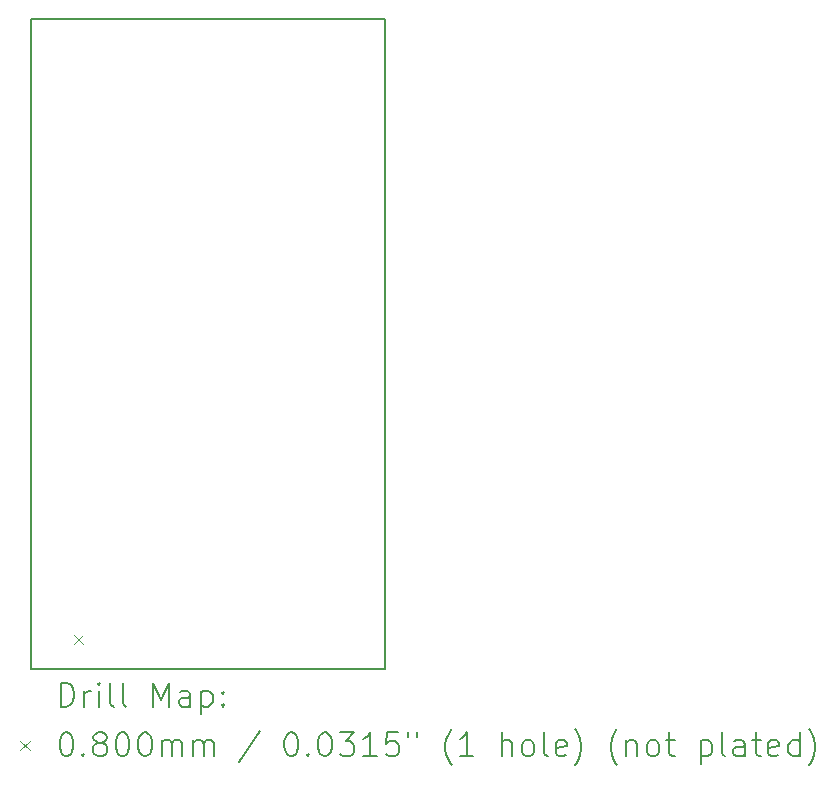
<source format=gbr>
%TF.GenerationSoftware,KiCad,Pcbnew,7.0.6*%
%TF.CreationDate,2023-08-02T00:38:48+02:00*%
%TF.ProjectId,MCU_Board,4d43555f-426f-4617-9264-2e6b69636164,rev?*%
%TF.SameCoordinates,Original*%
%TF.FileFunction,Drillmap*%
%TF.FilePolarity,Positive*%
%FSLAX45Y45*%
G04 Gerber Fmt 4.5, Leading zero omitted, Abs format (unit mm)*
G04 Created by KiCad (PCBNEW 7.0.6) date 2023-08-02 00:38:48*
%MOMM*%
%LPD*%
G01*
G04 APERTURE LIST*
%ADD10C,0.150000*%
%ADD11C,0.200000*%
%ADD12C,0.080000*%
G04 APERTURE END LIST*
D10*
X6625000Y-9900000D02*
X6625000Y-15400000D01*
X9625000Y-15400000D02*
X9625000Y-9900000D01*
X6625000Y-9900000D02*
X9625000Y-9900000D01*
X6625000Y-15400000D02*
X9625000Y-15400000D01*
D11*
D12*
X6990000Y-15110000D02*
X7070000Y-15190000D01*
X7070000Y-15110000D02*
X6990000Y-15190000D01*
D11*
X6878277Y-15718984D02*
X6878277Y-15518984D01*
X6878277Y-15518984D02*
X6925896Y-15518984D01*
X6925896Y-15518984D02*
X6954467Y-15528508D01*
X6954467Y-15528508D02*
X6973515Y-15547555D01*
X6973515Y-15547555D02*
X6983039Y-15566603D01*
X6983039Y-15566603D02*
X6992562Y-15604698D01*
X6992562Y-15604698D02*
X6992562Y-15633269D01*
X6992562Y-15633269D02*
X6983039Y-15671365D01*
X6983039Y-15671365D02*
X6973515Y-15690412D01*
X6973515Y-15690412D02*
X6954467Y-15709460D01*
X6954467Y-15709460D02*
X6925896Y-15718984D01*
X6925896Y-15718984D02*
X6878277Y-15718984D01*
X7078277Y-15718984D02*
X7078277Y-15585650D01*
X7078277Y-15623746D02*
X7087801Y-15604698D01*
X7087801Y-15604698D02*
X7097324Y-15595174D01*
X7097324Y-15595174D02*
X7116372Y-15585650D01*
X7116372Y-15585650D02*
X7135420Y-15585650D01*
X7202086Y-15718984D02*
X7202086Y-15585650D01*
X7202086Y-15518984D02*
X7192562Y-15528508D01*
X7192562Y-15528508D02*
X7202086Y-15538031D01*
X7202086Y-15538031D02*
X7211610Y-15528508D01*
X7211610Y-15528508D02*
X7202086Y-15518984D01*
X7202086Y-15518984D02*
X7202086Y-15538031D01*
X7325896Y-15718984D02*
X7306848Y-15709460D01*
X7306848Y-15709460D02*
X7297324Y-15690412D01*
X7297324Y-15690412D02*
X7297324Y-15518984D01*
X7430658Y-15718984D02*
X7411610Y-15709460D01*
X7411610Y-15709460D02*
X7402086Y-15690412D01*
X7402086Y-15690412D02*
X7402086Y-15518984D01*
X7659229Y-15718984D02*
X7659229Y-15518984D01*
X7659229Y-15518984D02*
X7725896Y-15661841D01*
X7725896Y-15661841D02*
X7792562Y-15518984D01*
X7792562Y-15518984D02*
X7792562Y-15718984D01*
X7973515Y-15718984D02*
X7973515Y-15614222D01*
X7973515Y-15614222D02*
X7963991Y-15595174D01*
X7963991Y-15595174D02*
X7944943Y-15585650D01*
X7944943Y-15585650D02*
X7906848Y-15585650D01*
X7906848Y-15585650D02*
X7887801Y-15595174D01*
X7973515Y-15709460D02*
X7954467Y-15718984D01*
X7954467Y-15718984D02*
X7906848Y-15718984D01*
X7906848Y-15718984D02*
X7887801Y-15709460D01*
X7887801Y-15709460D02*
X7878277Y-15690412D01*
X7878277Y-15690412D02*
X7878277Y-15671365D01*
X7878277Y-15671365D02*
X7887801Y-15652317D01*
X7887801Y-15652317D02*
X7906848Y-15642793D01*
X7906848Y-15642793D02*
X7954467Y-15642793D01*
X7954467Y-15642793D02*
X7973515Y-15633269D01*
X8068753Y-15585650D02*
X8068753Y-15785650D01*
X8068753Y-15595174D02*
X8087801Y-15585650D01*
X8087801Y-15585650D02*
X8125896Y-15585650D01*
X8125896Y-15585650D02*
X8144943Y-15595174D01*
X8144943Y-15595174D02*
X8154467Y-15604698D01*
X8154467Y-15604698D02*
X8163991Y-15623746D01*
X8163991Y-15623746D02*
X8163991Y-15680888D01*
X8163991Y-15680888D02*
X8154467Y-15699936D01*
X8154467Y-15699936D02*
X8144943Y-15709460D01*
X8144943Y-15709460D02*
X8125896Y-15718984D01*
X8125896Y-15718984D02*
X8087801Y-15718984D01*
X8087801Y-15718984D02*
X8068753Y-15709460D01*
X8249705Y-15699936D02*
X8259229Y-15709460D01*
X8259229Y-15709460D02*
X8249705Y-15718984D01*
X8249705Y-15718984D02*
X8240182Y-15709460D01*
X8240182Y-15709460D02*
X8249705Y-15699936D01*
X8249705Y-15699936D02*
X8249705Y-15718984D01*
X8249705Y-15595174D02*
X8259229Y-15604698D01*
X8259229Y-15604698D02*
X8249705Y-15614222D01*
X8249705Y-15614222D02*
X8240182Y-15604698D01*
X8240182Y-15604698D02*
X8249705Y-15595174D01*
X8249705Y-15595174D02*
X8249705Y-15614222D01*
D12*
X6537500Y-16007500D02*
X6617500Y-16087500D01*
X6617500Y-16007500D02*
X6537500Y-16087500D01*
D11*
X6916372Y-15938984D02*
X6935420Y-15938984D01*
X6935420Y-15938984D02*
X6954467Y-15948508D01*
X6954467Y-15948508D02*
X6963991Y-15958031D01*
X6963991Y-15958031D02*
X6973515Y-15977079D01*
X6973515Y-15977079D02*
X6983039Y-16015174D01*
X6983039Y-16015174D02*
X6983039Y-16062793D01*
X6983039Y-16062793D02*
X6973515Y-16100888D01*
X6973515Y-16100888D02*
X6963991Y-16119936D01*
X6963991Y-16119936D02*
X6954467Y-16129460D01*
X6954467Y-16129460D02*
X6935420Y-16138984D01*
X6935420Y-16138984D02*
X6916372Y-16138984D01*
X6916372Y-16138984D02*
X6897324Y-16129460D01*
X6897324Y-16129460D02*
X6887801Y-16119936D01*
X6887801Y-16119936D02*
X6878277Y-16100888D01*
X6878277Y-16100888D02*
X6868753Y-16062793D01*
X6868753Y-16062793D02*
X6868753Y-16015174D01*
X6868753Y-16015174D02*
X6878277Y-15977079D01*
X6878277Y-15977079D02*
X6887801Y-15958031D01*
X6887801Y-15958031D02*
X6897324Y-15948508D01*
X6897324Y-15948508D02*
X6916372Y-15938984D01*
X7068753Y-16119936D02*
X7078277Y-16129460D01*
X7078277Y-16129460D02*
X7068753Y-16138984D01*
X7068753Y-16138984D02*
X7059229Y-16129460D01*
X7059229Y-16129460D02*
X7068753Y-16119936D01*
X7068753Y-16119936D02*
X7068753Y-16138984D01*
X7192562Y-16024698D02*
X7173515Y-16015174D01*
X7173515Y-16015174D02*
X7163991Y-16005650D01*
X7163991Y-16005650D02*
X7154467Y-15986603D01*
X7154467Y-15986603D02*
X7154467Y-15977079D01*
X7154467Y-15977079D02*
X7163991Y-15958031D01*
X7163991Y-15958031D02*
X7173515Y-15948508D01*
X7173515Y-15948508D02*
X7192562Y-15938984D01*
X7192562Y-15938984D02*
X7230658Y-15938984D01*
X7230658Y-15938984D02*
X7249705Y-15948508D01*
X7249705Y-15948508D02*
X7259229Y-15958031D01*
X7259229Y-15958031D02*
X7268753Y-15977079D01*
X7268753Y-15977079D02*
X7268753Y-15986603D01*
X7268753Y-15986603D02*
X7259229Y-16005650D01*
X7259229Y-16005650D02*
X7249705Y-16015174D01*
X7249705Y-16015174D02*
X7230658Y-16024698D01*
X7230658Y-16024698D02*
X7192562Y-16024698D01*
X7192562Y-16024698D02*
X7173515Y-16034222D01*
X7173515Y-16034222D02*
X7163991Y-16043746D01*
X7163991Y-16043746D02*
X7154467Y-16062793D01*
X7154467Y-16062793D02*
X7154467Y-16100888D01*
X7154467Y-16100888D02*
X7163991Y-16119936D01*
X7163991Y-16119936D02*
X7173515Y-16129460D01*
X7173515Y-16129460D02*
X7192562Y-16138984D01*
X7192562Y-16138984D02*
X7230658Y-16138984D01*
X7230658Y-16138984D02*
X7249705Y-16129460D01*
X7249705Y-16129460D02*
X7259229Y-16119936D01*
X7259229Y-16119936D02*
X7268753Y-16100888D01*
X7268753Y-16100888D02*
X7268753Y-16062793D01*
X7268753Y-16062793D02*
X7259229Y-16043746D01*
X7259229Y-16043746D02*
X7249705Y-16034222D01*
X7249705Y-16034222D02*
X7230658Y-16024698D01*
X7392562Y-15938984D02*
X7411610Y-15938984D01*
X7411610Y-15938984D02*
X7430658Y-15948508D01*
X7430658Y-15948508D02*
X7440182Y-15958031D01*
X7440182Y-15958031D02*
X7449705Y-15977079D01*
X7449705Y-15977079D02*
X7459229Y-16015174D01*
X7459229Y-16015174D02*
X7459229Y-16062793D01*
X7459229Y-16062793D02*
X7449705Y-16100888D01*
X7449705Y-16100888D02*
X7440182Y-16119936D01*
X7440182Y-16119936D02*
X7430658Y-16129460D01*
X7430658Y-16129460D02*
X7411610Y-16138984D01*
X7411610Y-16138984D02*
X7392562Y-16138984D01*
X7392562Y-16138984D02*
X7373515Y-16129460D01*
X7373515Y-16129460D02*
X7363991Y-16119936D01*
X7363991Y-16119936D02*
X7354467Y-16100888D01*
X7354467Y-16100888D02*
X7344943Y-16062793D01*
X7344943Y-16062793D02*
X7344943Y-16015174D01*
X7344943Y-16015174D02*
X7354467Y-15977079D01*
X7354467Y-15977079D02*
X7363991Y-15958031D01*
X7363991Y-15958031D02*
X7373515Y-15948508D01*
X7373515Y-15948508D02*
X7392562Y-15938984D01*
X7583039Y-15938984D02*
X7602086Y-15938984D01*
X7602086Y-15938984D02*
X7621134Y-15948508D01*
X7621134Y-15948508D02*
X7630658Y-15958031D01*
X7630658Y-15958031D02*
X7640182Y-15977079D01*
X7640182Y-15977079D02*
X7649705Y-16015174D01*
X7649705Y-16015174D02*
X7649705Y-16062793D01*
X7649705Y-16062793D02*
X7640182Y-16100888D01*
X7640182Y-16100888D02*
X7630658Y-16119936D01*
X7630658Y-16119936D02*
X7621134Y-16129460D01*
X7621134Y-16129460D02*
X7602086Y-16138984D01*
X7602086Y-16138984D02*
X7583039Y-16138984D01*
X7583039Y-16138984D02*
X7563991Y-16129460D01*
X7563991Y-16129460D02*
X7554467Y-16119936D01*
X7554467Y-16119936D02*
X7544943Y-16100888D01*
X7544943Y-16100888D02*
X7535420Y-16062793D01*
X7535420Y-16062793D02*
X7535420Y-16015174D01*
X7535420Y-16015174D02*
X7544943Y-15977079D01*
X7544943Y-15977079D02*
X7554467Y-15958031D01*
X7554467Y-15958031D02*
X7563991Y-15948508D01*
X7563991Y-15948508D02*
X7583039Y-15938984D01*
X7735420Y-16138984D02*
X7735420Y-16005650D01*
X7735420Y-16024698D02*
X7744943Y-16015174D01*
X7744943Y-16015174D02*
X7763991Y-16005650D01*
X7763991Y-16005650D02*
X7792563Y-16005650D01*
X7792563Y-16005650D02*
X7811610Y-16015174D01*
X7811610Y-16015174D02*
X7821134Y-16034222D01*
X7821134Y-16034222D02*
X7821134Y-16138984D01*
X7821134Y-16034222D02*
X7830658Y-16015174D01*
X7830658Y-16015174D02*
X7849705Y-16005650D01*
X7849705Y-16005650D02*
X7878277Y-16005650D01*
X7878277Y-16005650D02*
X7897324Y-16015174D01*
X7897324Y-16015174D02*
X7906848Y-16034222D01*
X7906848Y-16034222D02*
X7906848Y-16138984D01*
X8002086Y-16138984D02*
X8002086Y-16005650D01*
X8002086Y-16024698D02*
X8011610Y-16015174D01*
X8011610Y-16015174D02*
X8030658Y-16005650D01*
X8030658Y-16005650D02*
X8059229Y-16005650D01*
X8059229Y-16005650D02*
X8078277Y-16015174D01*
X8078277Y-16015174D02*
X8087801Y-16034222D01*
X8087801Y-16034222D02*
X8087801Y-16138984D01*
X8087801Y-16034222D02*
X8097324Y-16015174D01*
X8097324Y-16015174D02*
X8116372Y-16005650D01*
X8116372Y-16005650D02*
X8144943Y-16005650D01*
X8144943Y-16005650D02*
X8163991Y-16015174D01*
X8163991Y-16015174D02*
X8173515Y-16034222D01*
X8173515Y-16034222D02*
X8173515Y-16138984D01*
X8563991Y-15929460D02*
X8392563Y-16186603D01*
X8821134Y-15938984D02*
X8840182Y-15938984D01*
X8840182Y-15938984D02*
X8859229Y-15948508D01*
X8859229Y-15948508D02*
X8868753Y-15958031D01*
X8868753Y-15958031D02*
X8878277Y-15977079D01*
X8878277Y-15977079D02*
X8887801Y-16015174D01*
X8887801Y-16015174D02*
X8887801Y-16062793D01*
X8887801Y-16062793D02*
X8878277Y-16100888D01*
X8878277Y-16100888D02*
X8868753Y-16119936D01*
X8868753Y-16119936D02*
X8859229Y-16129460D01*
X8859229Y-16129460D02*
X8840182Y-16138984D01*
X8840182Y-16138984D02*
X8821134Y-16138984D01*
X8821134Y-16138984D02*
X8802087Y-16129460D01*
X8802087Y-16129460D02*
X8792563Y-16119936D01*
X8792563Y-16119936D02*
X8783039Y-16100888D01*
X8783039Y-16100888D02*
X8773515Y-16062793D01*
X8773515Y-16062793D02*
X8773515Y-16015174D01*
X8773515Y-16015174D02*
X8783039Y-15977079D01*
X8783039Y-15977079D02*
X8792563Y-15958031D01*
X8792563Y-15958031D02*
X8802087Y-15948508D01*
X8802087Y-15948508D02*
X8821134Y-15938984D01*
X8973515Y-16119936D02*
X8983039Y-16129460D01*
X8983039Y-16129460D02*
X8973515Y-16138984D01*
X8973515Y-16138984D02*
X8963991Y-16129460D01*
X8963991Y-16129460D02*
X8973515Y-16119936D01*
X8973515Y-16119936D02*
X8973515Y-16138984D01*
X9106848Y-15938984D02*
X9125896Y-15938984D01*
X9125896Y-15938984D02*
X9144944Y-15948508D01*
X9144944Y-15948508D02*
X9154468Y-15958031D01*
X9154468Y-15958031D02*
X9163991Y-15977079D01*
X9163991Y-15977079D02*
X9173515Y-16015174D01*
X9173515Y-16015174D02*
X9173515Y-16062793D01*
X9173515Y-16062793D02*
X9163991Y-16100888D01*
X9163991Y-16100888D02*
X9154468Y-16119936D01*
X9154468Y-16119936D02*
X9144944Y-16129460D01*
X9144944Y-16129460D02*
X9125896Y-16138984D01*
X9125896Y-16138984D02*
X9106848Y-16138984D01*
X9106848Y-16138984D02*
X9087801Y-16129460D01*
X9087801Y-16129460D02*
X9078277Y-16119936D01*
X9078277Y-16119936D02*
X9068753Y-16100888D01*
X9068753Y-16100888D02*
X9059229Y-16062793D01*
X9059229Y-16062793D02*
X9059229Y-16015174D01*
X9059229Y-16015174D02*
X9068753Y-15977079D01*
X9068753Y-15977079D02*
X9078277Y-15958031D01*
X9078277Y-15958031D02*
X9087801Y-15948508D01*
X9087801Y-15948508D02*
X9106848Y-15938984D01*
X9240182Y-15938984D02*
X9363991Y-15938984D01*
X9363991Y-15938984D02*
X9297325Y-16015174D01*
X9297325Y-16015174D02*
X9325896Y-16015174D01*
X9325896Y-16015174D02*
X9344944Y-16024698D01*
X9344944Y-16024698D02*
X9354468Y-16034222D01*
X9354468Y-16034222D02*
X9363991Y-16053269D01*
X9363991Y-16053269D02*
X9363991Y-16100888D01*
X9363991Y-16100888D02*
X9354468Y-16119936D01*
X9354468Y-16119936D02*
X9344944Y-16129460D01*
X9344944Y-16129460D02*
X9325896Y-16138984D01*
X9325896Y-16138984D02*
X9268753Y-16138984D01*
X9268753Y-16138984D02*
X9249706Y-16129460D01*
X9249706Y-16129460D02*
X9240182Y-16119936D01*
X9554468Y-16138984D02*
X9440182Y-16138984D01*
X9497325Y-16138984D02*
X9497325Y-15938984D01*
X9497325Y-15938984D02*
X9478277Y-15967555D01*
X9478277Y-15967555D02*
X9459229Y-15986603D01*
X9459229Y-15986603D02*
X9440182Y-15996127D01*
X9735420Y-15938984D02*
X9640182Y-15938984D01*
X9640182Y-15938984D02*
X9630658Y-16034222D01*
X9630658Y-16034222D02*
X9640182Y-16024698D01*
X9640182Y-16024698D02*
X9659229Y-16015174D01*
X9659229Y-16015174D02*
X9706849Y-16015174D01*
X9706849Y-16015174D02*
X9725896Y-16024698D01*
X9725896Y-16024698D02*
X9735420Y-16034222D01*
X9735420Y-16034222D02*
X9744944Y-16053269D01*
X9744944Y-16053269D02*
X9744944Y-16100888D01*
X9744944Y-16100888D02*
X9735420Y-16119936D01*
X9735420Y-16119936D02*
X9725896Y-16129460D01*
X9725896Y-16129460D02*
X9706849Y-16138984D01*
X9706849Y-16138984D02*
X9659229Y-16138984D01*
X9659229Y-16138984D02*
X9640182Y-16129460D01*
X9640182Y-16129460D02*
X9630658Y-16119936D01*
X9821134Y-15938984D02*
X9821134Y-15977079D01*
X9897325Y-15938984D02*
X9897325Y-15977079D01*
X10192563Y-16215174D02*
X10183039Y-16205650D01*
X10183039Y-16205650D02*
X10163991Y-16177079D01*
X10163991Y-16177079D02*
X10154468Y-16158031D01*
X10154468Y-16158031D02*
X10144944Y-16129460D01*
X10144944Y-16129460D02*
X10135420Y-16081841D01*
X10135420Y-16081841D02*
X10135420Y-16043746D01*
X10135420Y-16043746D02*
X10144944Y-15996127D01*
X10144944Y-15996127D02*
X10154468Y-15967555D01*
X10154468Y-15967555D02*
X10163991Y-15948508D01*
X10163991Y-15948508D02*
X10183039Y-15919936D01*
X10183039Y-15919936D02*
X10192563Y-15910412D01*
X10373515Y-16138984D02*
X10259230Y-16138984D01*
X10316372Y-16138984D02*
X10316372Y-15938984D01*
X10316372Y-15938984D02*
X10297325Y-15967555D01*
X10297325Y-15967555D02*
X10278277Y-15986603D01*
X10278277Y-15986603D02*
X10259230Y-15996127D01*
X10611611Y-16138984D02*
X10611611Y-15938984D01*
X10697325Y-16138984D02*
X10697325Y-16034222D01*
X10697325Y-16034222D02*
X10687801Y-16015174D01*
X10687801Y-16015174D02*
X10668753Y-16005650D01*
X10668753Y-16005650D02*
X10640182Y-16005650D01*
X10640182Y-16005650D02*
X10621134Y-16015174D01*
X10621134Y-16015174D02*
X10611611Y-16024698D01*
X10821134Y-16138984D02*
X10802087Y-16129460D01*
X10802087Y-16129460D02*
X10792563Y-16119936D01*
X10792563Y-16119936D02*
X10783039Y-16100888D01*
X10783039Y-16100888D02*
X10783039Y-16043746D01*
X10783039Y-16043746D02*
X10792563Y-16024698D01*
X10792563Y-16024698D02*
X10802087Y-16015174D01*
X10802087Y-16015174D02*
X10821134Y-16005650D01*
X10821134Y-16005650D02*
X10849706Y-16005650D01*
X10849706Y-16005650D02*
X10868753Y-16015174D01*
X10868753Y-16015174D02*
X10878277Y-16024698D01*
X10878277Y-16024698D02*
X10887801Y-16043746D01*
X10887801Y-16043746D02*
X10887801Y-16100888D01*
X10887801Y-16100888D02*
X10878277Y-16119936D01*
X10878277Y-16119936D02*
X10868753Y-16129460D01*
X10868753Y-16129460D02*
X10849706Y-16138984D01*
X10849706Y-16138984D02*
X10821134Y-16138984D01*
X11002087Y-16138984D02*
X10983039Y-16129460D01*
X10983039Y-16129460D02*
X10973515Y-16110412D01*
X10973515Y-16110412D02*
X10973515Y-15938984D01*
X11154468Y-16129460D02*
X11135420Y-16138984D01*
X11135420Y-16138984D02*
X11097325Y-16138984D01*
X11097325Y-16138984D02*
X11078277Y-16129460D01*
X11078277Y-16129460D02*
X11068753Y-16110412D01*
X11068753Y-16110412D02*
X11068753Y-16034222D01*
X11068753Y-16034222D02*
X11078277Y-16015174D01*
X11078277Y-16015174D02*
X11097325Y-16005650D01*
X11097325Y-16005650D02*
X11135420Y-16005650D01*
X11135420Y-16005650D02*
X11154468Y-16015174D01*
X11154468Y-16015174D02*
X11163992Y-16034222D01*
X11163992Y-16034222D02*
X11163992Y-16053269D01*
X11163992Y-16053269D02*
X11068753Y-16072317D01*
X11230658Y-16215174D02*
X11240182Y-16205650D01*
X11240182Y-16205650D02*
X11259230Y-16177079D01*
X11259230Y-16177079D02*
X11268753Y-16158031D01*
X11268753Y-16158031D02*
X11278277Y-16129460D01*
X11278277Y-16129460D02*
X11287801Y-16081841D01*
X11287801Y-16081841D02*
X11287801Y-16043746D01*
X11287801Y-16043746D02*
X11278277Y-15996127D01*
X11278277Y-15996127D02*
X11268753Y-15967555D01*
X11268753Y-15967555D02*
X11259230Y-15948508D01*
X11259230Y-15948508D02*
X11240182Y-15919936D01*
X11240182Y-15919936D02*
X11230658Y-15910412D01*
X11592563Y-16215174D02*
X11583039Y-16205650D01*
X11583039Y-16205650D02*
X11563991Y-16177079D01*
X11563991Y-16177079D02*
X11554468Y-16158031D01*
X11554468Y-16158031D02*
X11544944Y-16129460D01*
X11544944Y-16129460D02*
X11535420Y-16081841D01*
X11535420Y-16081841D02*
X11535420Y-16043746D01*
X11535420Y-16043746D02*
X11544944Y-15996127D01*
X11544944Y-15996127D02*
X11554468Y-15967555D01*
X11554468Y-15967555D02*
X11563991Y-15948508D01*
X11563991Y-15948508D02*
X11583039Y-15919936D01*
X11583039Y-15919936D02*
X11592563Y-15910412D01*
X11668753Y-16005650D02*
X11668753Y-16138984D01*
X11668753Y-16024698D02*
X11678277Y-16015174D01*
X11678277Y-16015174D02*
X11697325Y-16005650D01*
X11697325Y-16005650D02*
X11725896Y-16005650D01*
X11725896Y-16005650D02*
X11744944Y-16015174D01*
X11744944Y-16015174D02*
X11754468Y-16034222D01*
X11754468Y-16034222D02*
X11754468Y-16138984D01*
X11878277Y-16138984D02*
X11859230Y-16129460D01*
X11859230Y-16129460D02*
X11849706Y-16119936D01*
X11849706Y-16119936D02*
X11840182Y-16100888D01*
X11840182Y-16100888D02*
X11840182Y-16043746D01*
X11840182Y-16043746D02*
X11849706Y-16024698D01*
X11849706Y-16024698D02*
X11859230Y-16015174D01*
X11859230Y-16015174D02*
X11878277Y-16005650D01*
X11878277Y-16005650D02*
X11906849Y-16005650D01*
X11906849Y-16005650D02*
X11925896Y-16015174D01*
X11925896Y-16015174D02*
X11935420Y-16024698D01*
X11935420Y-16024698D02*
X11944944Y-16043746D01*
X11944944Y-16043746D02*
X11944944Y-16100888D01*
X11944944Y-16100888D02*
X11935420Y-16119936D01*
X11935420Y-16119936D02*
X11925896Y-16129460D01*
X11925896Y-16129460D02*
X11906849Y-16138984D01*
X11906849Y-16138984D02*
X11878277Y-16138984D01*
X12002087Y-16005650D02*
X12078277Y-16005650D01*
X12030658Y-15938984D02*
X12030658Y-16110412D01*
X12030658Y-16110412D02*
X12040182Y-16129460D01*
X12040182Y-16129460D02*
X12059230Y-16138984D01*
X12059230Y-16138984D02*
X12078277Y-16138984D01*
X12297325Y-16005650D02*
X12297325Y-16205650D01*
X12297325Y-16015174D02*
X12316372Y-16005650D01*
X12316372Y-16005650D02*
X12354468Y-16005650D01*
X12354468Y-16005650D02*
X12373515Y-16015174D01*
X12373515Y-16015174D02*
X12383039Y-16024698D01*
X12383039Y-16024698D02*
X12392563Y-16043746D01*
X12392563Y-16043746D02*
X12392563Y-16100888D01*
X12392563Y-16100888D02*
X12383039Y-16119936D01*
X12383039Y-16119936D02*
X12373515Y-16129460D01*
X12373515Y-16129460D02*
X12354468Y-16138984D01*
X12354468Y-16138984D02*
X12316372Y-16138984D01*
X12316372Y-16138984D02*
X12297325Y-16129460D01*
X12506849Y-16138984D02*
X12487801Y-16129460D01*
X12487801Y-16129460D02*
X12478277Y-16110412D01*
X12478277Y-16110412D02*
X12478277Y-15938984D01*
X12668753Y-16138984D02*
X12668753Y-16034222D01*
X12668753Y-16034222D02*
X12659230Y-16015174D01*
X12659230Y-16015174D02*
X12640182Y-16005650D01*
X12640182Y-16005650D02*
X12602087Y-16005650D01*
X12602087Y-16005650D02*
X12583039Y-16015174D01*
X12668753Y-16129460D02*
X12649706Y-16138984D01*
X12649706Y-16138984D02*
X12602087Y-16138984D01*
X12602087Y-16138984D02*
X12583039Y-16129460D01*
X12583039Y-16129460D02*
X12573515Y-16110412D01*
X12573515Y-16110412D02*
X12573515Y-16091365D01*
X12573515Y-16091365D02*
X12583039Y-16072317D01*
X12583039Y-16072317D02*
X12602087Y-16062793D01*
X12602087Y-16062793D02*
X12649706Y-16062793D01*
X12649706Y-16062793D02*
X12668753Y-16053269D01*
X12735420Y-16005650D02*
X12811611Y-16005650D01*
X12763992Y-15938984D02*
X12763992Y-16110412D01*
X12763992Y-16110412D02*
X12773515Y-16129460D01*
X12773515Y-16129460D02*
X12792563Y-16138984D01*
X12792563Y-16138984D02*
X12811611Y-16138984D01*
X12954468Y-16129460D02*
X12935420Y-16138984D01*
X12935420Y-16138984D02*
X12897325Y-16138984D01*
X12897325Y-16138984D02*
X12878277Y-16129460D01*
X12878277Y-16129460D02*
X12868753Y-16110412D01*
X12868753Y-16110412D02*
X12868753Y-16034222D01*
X12868753Y-16034222D02*
X12878277Y-16015174D01*
X12878277Y-16015174D02*
X12897325Y-16005650D01*
X12897325Y-16005650D02*
X12935420Y-16005650D01*
X12935420Y-16005650D02*
X12954468Y-16015174D01*
X12954468Y-16015174D02*
X12963992Y-16034222D01*
X12963992Y-16034222D02*
X12963992Y-16053269D01*
X12963992Y-16053269D02*
X12868753Y-16072317D01*
X13135420Y-16138984D02*
X13135420Y-15938984D01*
X13135420Y-16129460D02*
X13116373Y-16138984D01*
X13116373Y-16138984D02*
X13078277Y-16138984D01*
X13078277Y-16138984D02*
X13059230Y-16129460D01*
X13059230Y-16129460D02*
X13049706Y-16119936D01*
X13049706Y-16119936D02*
X13040182Y-16100888D01*
X13040182Y-16100888D02*
X13040182Y-16043746D01*
X13040182Y-16043746D02*
X13049706Y-16024698D01*
X13049706Y-16024698D02*
X13059230Y-16015174D01*
X13059230Y-16015174D02*
X13078277Y-16005650D01*
X13078277Y-16005650D02*
X13116373Y-16005650D01*
X13116373Y-16005650D02*
X13135420Y-16015174D01*
X13211611Y-16215174D02*
X13221134Y-16205650D01*
X13221134Y-16205650D02*
X13240182Y-16177079D01*
X13240182Y-16177079D02*
X13249706Y-16158031D01*
X13249706Y-16158031D02*
X13259230Y-16129460D01*
X13259230Y-16129460D02*
X13268753Y-16081841D01*
X13268753Y-16081841D02*
X13268753Y-16043746D01*
X13268753Y-16043746D02*
X13259230Y-15996127D01*
X13259230Y-15996127D02*
X13249706Y-15967555D01*
X13249706Y-15967555D02*
X13240182Y-15948508D01*
X13240182Y-15948508D02*
X13221134Y-15919936D01*
X13221134Y-15919936D02*
X13211611Y-15910412D01*
M02*

</source>
